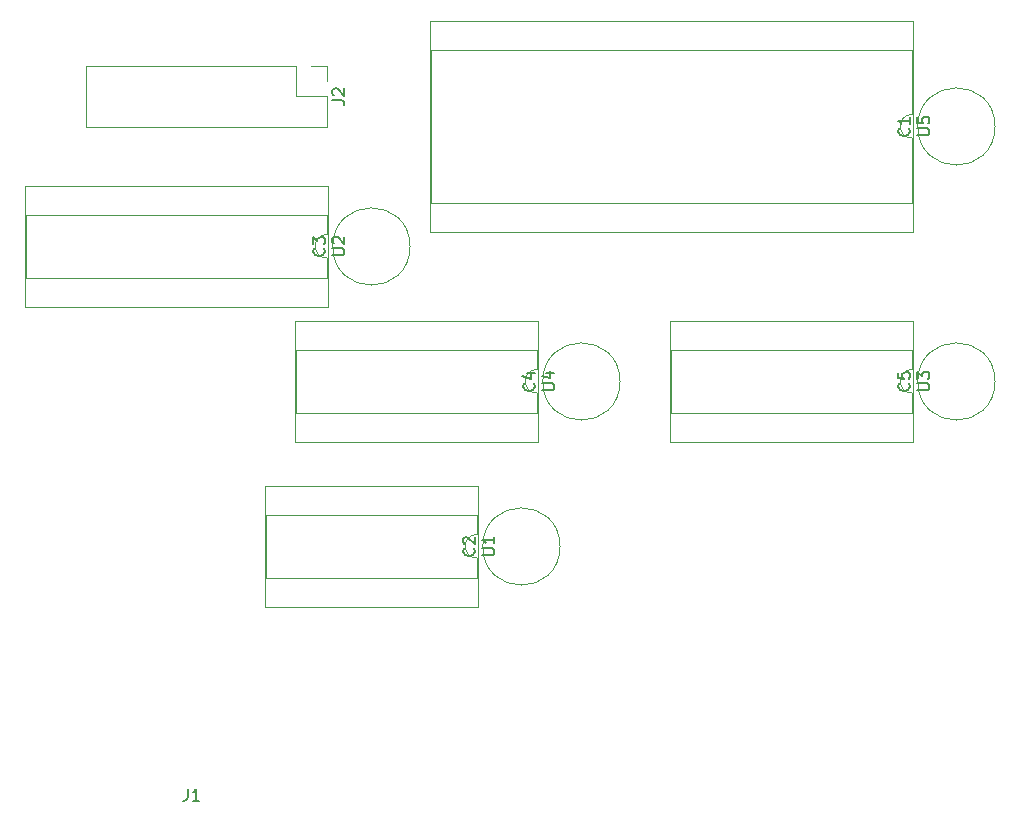
<source format=gto>
G04 #@! TF.GenerationSoftware,KiCad,Pcbnew,(5.1.5)-3*
G04 #@! TF.CreationDate,2020-04-03T16:25:14+03:00*
G04 #@! TF.ProjectId,MSX USB Drive,4d535820-5553-4422-9044-726976652e6b,rev?*
G04 #@! TF.SameCoordinates,Original*
G04 #@! TF.FileFunction,Legend,Top*
G04 #@! TF.FilePolarity,Positive*
%FSLAX46Y46*%
G04 Gerber Fmt 4.6, Leading zero omitted, Abs format (unit mm)*
G04 Created by KiCad (PCBNEW (5.1.5)-3) date 2020-04-03 16:25:14*
%MOMM*%
%LPD*%
G04 APERTURE LIST*
%ADD10C,0.120000*%
%ADD11C,0.150000*%
G04 APERTURE END LIST*
D10*
X198850000Y-94000000D02*
G75*
G03X198850000Y-94000000I-3270000J0D01*
G01*
X162020000Y-129560000D02*
G75*
G03X162020000Y-129560000I-3270000J0D01*
G01*
X149320000Y-104160000D02*
G75*
G03X149320000Y-104160000I-3270000J0D01*
G01*
X167100000Y-115590000D02*
G75*
G03X167100000Y-115590000I-3270000J0D01*
G01*
X198850000Y-115590000D02*
G75*
G03X198850000Y-115590000I-3270000J0D01*
G01*
X121860000Y-88840000D02*
X121860000Y-94040000D01*
X139700000Y-88840000D02*
X121860000Y-88840000D01*
X142300000Y-94040000D02*
X121860000Y-94040000D01*
X139700000Y-88840000D02*
X139700000Y-91440000D01*
X139700000Y-91440000D02*
X142300000Y-91440000D01*
X142300000Y-91440000D02*
X142300000Y-94040000D01*
X140970000Y-88840000D02*
X142300000Y-88840000D01*
X142300000Y-88840000D02*
X142300000Y-90170000D01*
X155000000Y-130540000D02*
G75*
G02X155000000Y-128540000I0J1000000D01*
G01*
X155000000Y-128540000D02*
X155000000Y-126890000D01*
X155000000Y-126890000D02*
X137100000Y-126890000D01*
X137100000Y-126890000D02*
X137100000Y-132190000D01*
X137100000Y-132190000D02*
X155000000Y-132190000D01*
X155000000Y-132190000D02*
X155000000Y-130540000D01*
X155060000Y-124400000D02*
X137040000Y-124400000D01*
X137040000Y-124400000D02*
X137040000Y-134680000D01*
X137040000Y-134680000D02*
X155060000Y-134680000D01*
X155060000Y-134680000D02*
X155060000Y-124400000D01*
X142300000Y-105140000D02*
G75*
G02X142300000Y-103140000I0J1000000D01*
G01*
X142300000Y-103140000D02*
X142300000Y-101490000D01*
X142300000Y-101490000D02*
X116780000Y-101490000D01*
X116780000Y-101490000D02*
X116780000Y-106790000D01*
X116780000Y-106790000D02*
X142300000Y-106790000D01*
X142300000Y-106790000D02*
X142300000Y-105140000D01*
X142360000Y-99000000D02*
X116720000Y-99000000D01*
X116720000Y-99000000D02*
X116720000Y-109280000D01*
X116720000Y-109280000D02*
X142360000Y-109280000D01*
X142360000Y-109280000D02*
X142360000Y-99000000D01*
X191830000Y-116570000D02*
G75*
G02X191830000Y-114570000I0J1000000D01*
G01*
X191830000Y-114570000D02*
X191830000Y-112920000D01*
X191830000Y-112920000D02*
X171390000Y-112920000D01*
X171390000Y-112920000D02*
X171390000Y-118220000D01*
X171390000Y-118220000D02*
X191830000Y-118220000D01*
X191830000Y-118220000D02*
X191830000Y-116570000D01*
X191890000Y-110430000D02*
X171330000Y-110430000D01*
X171330000Y-110430000D02*
X171330000Y-120710000D01*
X171330000Y-120710000D02*
X191890000Y-120710000D01*
X191890000Y-120710000D02*
X191890000Y-110430000D01*
X160140000Y-120710000D02*
X160140000Y-110430000D01*
X139580000Y-120710000D02*
X160140000Y-120710000D01*
X139580000Y-110430000D02*
X139580000Y-120710000D01*
X160140000Y-110430000D02*
X139580000Y-110430000D01*
X160080000Y-118220000D02*
X160080000Y-116570000D01*
X139640000Y-118220000D02*
X160080000Y-118220000D01*
X139640000Y-112920000D02*
X139640000Y-118220000D01*
X160080000Y-112920000D02*
X139640000Y-112920000D01*
X160080000Y-114570000D02*
X160080000Y-112920000D01*
X160080000Y-116570000D02*
G75*
G02X160080000Y-114570000I0J1000000D01*
G01*
X191830000Y-94980000D02*
G75*
G02X191830000Y-92980000I0J1000000D01*
G01*
X191830000Y-92980000D02*
X191830000Y-87520000D01*
X191830000Y-87520000D02*
X151070000Y-87520000D01*
X151070000Y-87520000D02*
X151070000Y-100440000D01*
X151070000Y-100440000D02*
X191830000Y-100440000D01*
X191830000Y-100440000D02*
X191830000Y-94980000D01*
X191890000Y-85030000D02*
X151010000Y-85030000D01*
X151010000Y-85030000D02*
X151010000Y-102930000D01*
X151010000Y-102930000D02*
X191890000Y-102930000D01*
X191890000Y-102930000D02*
X191890000Y-85030000D01*
D11*
X191537142Y-94166666D02*
X191584761Y-94214285D01*
X191632380Y-94357142D01*
X191632380Y-94452380D01*
X191584761Y-94595238D01*
X191489523Y-94690476D01*
X191394285Y-94738095D01*
X191203809Y-94785714D01*
X191060952Y-94785714D01*
X190870476Y-94738095D01*
X190775238Y-94690476D01*
X190680000Y-94595238D01*
X190632380Y-94452380D01*
X190632380Y-94357142D01*
X190680000Y-94214285D01*
X190727619Y-94166666D01*
X191632380Y-93214285D02*
X191632380Y-93785714D01*
X191632380Y-93500000D02*
X190632380Y-93500000D01*
X190775238Y-93595238D01*
X190870476Y-93690476D01*
X190918095Y-93785714D01*
X154707142Y-129726666D02*
X154754761Y-129774285D01*
X154802380Y-129917142D01*
X154802380Y-130012380D01*
X154754761Y-130155238D01*
X154659523Y-130250476D01*
X154564285Y-130298095D01*
X154373809Y-130345714D01*
X154230952Y-130345714D01*
X154040476Y-130298095D01*
X153945238Y-130250476D01*
X153850000Y-130155238D01*
X153802380Y-130012380D01*
X153802380Y-129917142D01*
X153850000Y-129774285D01*
X153897619Y-129726666D01*
X153897619Y-129345714D02*
X153850000Y-129298095D01*
X153802380Y-129202857D01*
X153802380Y-128964761D01*
X153850000Y-128869523D01*
X153897619Y-128821904D01*
X153992857Y-128774285D01*
X154088095Y-128774285D01*
X154230952Y-128821904D01*
X154802380Y-129393333D01*
X154802380Y-128774285D01*
X142007142Y-104326666D02*
X142054761Y-104374285D01*
X142102380Y-104517142D01*
X142102380Y-104612380D01*
X142054761Y-104755238D01*
X141959523Y-104850476D01*
X141864285Y-104898095D01*
X141673809Y-104945714D01*
X141530952Y-104945714D01*
X141340476Y-104898095D01*
X141245238Y-104850476D01*
X141150000Y-104755238D01*
X141102380Y-104612380D01*
X141102380Y-104517142D01*
X141150000Y-104374285D01*
X141197619Y-104326666D01*
X141102380Y-103993333D02*
X141102380Y-103374285D01*
X141483333Y-103707619D01*
X141483333Y-103564761D01*
X141530952Y-103469523D01*
X141578571Y-103421904D01*
X141673809Y-103374285D01*
X141911904Y-103374285D01*
X142007142Y-103421904D01*
X142054761Y-103469523D01*
X142102380Y-103564761D01*
X142102380Y-103850476D01*
X142054761Y-103945714D01*
X142007142Y-103993333D01*
X159787142Y-115756666D02*
X159834761Y-115804285D01*
X159882380Y-115947142D01*
X159882380Y-116042380D01*
X159834761Y-116185238D01*
X159739523Y-116280476D01*
X159644285Y-116328095D01*
X159453809Y-116375714D01*
X159310952Y-116375714D01*
X159120476Y-116328095D01*
X159025238Y-116280476D01*
X158930000Y-116185238D01*
X158882380Y-116042380D01*
X158882380Y-115947142D01*
X158930000Y-115804285D01*
X158977619Y-115756666D01*
X159215714Y-114899523D02*
X159882380Y-114899523D01*
X158834761Y-115137619D02*
X159549047Y-115375714D01*
X159549047Y-114756666D01*
X191537142Y-115756666D02*
X191584761Y-115804285D01*
X191632380Y-115947142D01*
X191632380Y-116042380D01*
X191584761Y-116185238D01*
X191489523Y-116280476D01*
X191394285Y-116328095D01*
X191203809Y-116375714D01*
X191060952Y-116375714D01*
X190870476Y-116328095D01*
X190775238Y-116280476D01*
X190680000Y-116185238D01*
X190632380Y-116042380D01*
X190632380Y-115947142D01*
X190680000Y-115804285D01*
X190727619Y-115756666D01*
X190632380Y-114851904D02*
X190632380Y-115328095D01*
X191108571Y-115375714D01*
X191060952Y-115328095D01*
X191013333Y-115232857D01*
X191013333Y-114994761D01*
X191060952Y-114899523D01*
X191108571Y-114851904D01*
X191203809Y-114804285D01*
X191441904Y-114804285D01*
X191537142Y-114851904D01*
X191584761Y-114899523D01*
X191632380Y-114994761D01*
X191632380Y-115232857D01*
X191584761Y-115328095D01*
X191537142Y-115375714D01*
X130488666Y-150074380D02*
X130488666Y-150788666D01*
X130441047Y-150931523D01*
X130345809Y-151026761D01*
X130202952Y-151074380D01*
X130107714Y-151074380D01*
X131488666Y-151074380D02*
X130917238Y-151074380D01*
X131202952Y-151074380D02*
X131202952Y-150074380D01*
X131107714Y-150217238D01*
X131012476Y-150312476D01*
X130917238Y-150360095D01*
X142752380Y-91773333D02*
X143466666Y-91773333D01*
X143609523Y-91820952D01*
X143704761Y-91916190D01*
X143752380Y-92059047D01*
X143752380Y-92154285D01*
X142847619Y-91344761D02*
X142800000Y-91297142D01*
X142752380Y-91201904D01*
X142752380Y-90963809D01*
X142800000Y-90868571D01*
X142847619Y-90820952D01*
X142942857Y-90773333D01*
X143038095Y-90773333D01*
X143180952Y-90820952D01*
X143752380Y-91392380D01*
X143752380Y-90773333D01*
X155452380Y-130301904D02*
X156261904Y-130301904D01*
X156357142Y-130254285D01*
X156404761Y-130206666D01*
X156452380Y-130111428D01*
X156452380Y-129920952D01*
X156404761Y-129825714D01*
X156357142Y-129778095D01*
X156261904Y-129730476D01*
X155452380Y-129730476D01*
X156452380Y-128730476D02*
X156452380Y-129301904D01*
X156452380Y-129016190D02*
X155452380Y-129016190D01*
X155595238Y-129111428D01*
X155690476Y-129206666D01*
X155738095Y-129301904D01*
X142752380Y-104901904D02*
X143561904Y-104901904D01*
X143657142Y-104854285D01*
X143704761Y-104806666D01*
X143752380Y-104711428D01*
X143752380Y-104520952D01*
X143704761Y-104425714D01*
X143657142Y-104378095D01*
X143561904Y-104330476D01*
X142752380Y-104330476D01*
X142847619Y-103901904D02*
X142800000Y-103854285D01*
X142752380Y-103759047D01*
X142752380Y-103520952D01*
X142800000Y-103425714D01*
X142847619Y-103378095D01*
X142942857Y-103330476D01*
X143038095Y-103330476D01*
X143180952Y-103378095D01*
X143752380Y-103949523D01*
X143752380Y-103330476D01*
X192282380Y-116331904D02*
X193091904Y-116331904D01*
X193187142Y-116284285D01*
X193234761Y-116236666D01*
X193282380Y-116141428D01*
X193282380Y-115950952D01*
X193234761Y-115855714D01*
X193187142Y-115808095D01*
X193091904Y-115760476D01*
X192282380Y-115760476D01*
X192282380Y-115379523D02*
X192282380Y-114760476D01*
X192663333Y-115093809D01*
X192663333Y-114950952D01*
X192710952Y-114855714D01*
X192758571Y-114808095D01*
X192853809Y-114760476D01*
X193091904Y-114760476D01*
X193187142Y-114808095D01*
X193234761Y-114855714D01*
X193282380Y-114950952D01*
X193282380Y-115236666D01*
X193234761Y-115331904D01*
X193187142Y-115379523D01*
X160532380Y-116331904D02*
X161341904Y-116331904D01*
X161437142Y-116284285D01*
X161484761Y-116236666D01*
X161532380Y-116141428D01*
X161532380Y-115950952D01*
X161484761Y-115855714D01*
X161437142Y-115808095D01*
X161341904Y-115760476D01*
X160532380Y-115760476D01*
X160865714Y-114855714D02*
X161532380Y-114855714D01*
X160484761Y-115093809D02*
X161199047Y-115331904D01*
X161199047Y-114712857D01*
X192282380Y-94741904D02*
X193091904Y-94741904D01*
X193187142Y-94694285D01*
X193234761Y-94646666D01*
X193282380Y-94551428D01*
X193282380Y-94360952D01*
X193234761Y-94265714D01*
X193187142Y-94218095D01*
X193091904Y-94170476D01*
X192282380Y-94170476D01*
X192282380Y-93218095D02*
X192282380Y-93694285D01*
X192758571Y-93741904D01*
X192710952Y-93694285D01*
X192663333Y-93599047D01*
X192663333Y-93360952D01*
X192710952Y-93265714D01*
X192758571Y-93218095D01*
X192853809Y-93170476D01*
X193091904Y-93170476D01*
X193187142Y-93218095D01*
X193234761Y-93265714D01*
X193282380Y-93360952D01*
X193282380Y-93599047D01*
X193234761Y-93694285D01*
X193187142Y-93741904D01*
M02*

</source>
